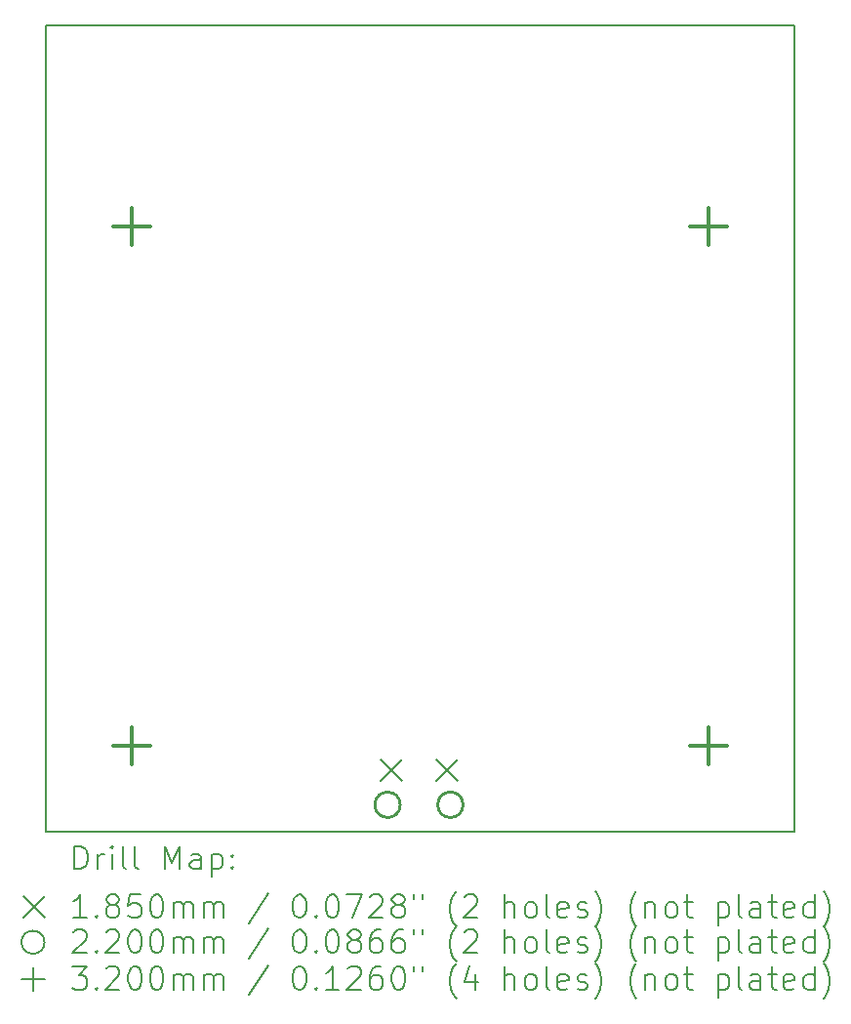
<source format=gbr>
%TF.GenerationSoftware,KiCad,Pcbnew,8.0.5*%
%TF.CreationDate,2024-10-05T13:15:59+02:00*%
%TF.ProjectId,auxboard,61757862-6f61-4726-942e-6b696361645f,rev?*%
%TF.SameCoordinates,Original*%
%TF.FileFunction,Drillmap*%
%TF.FilePolarity,Positive*%
%FSLAX45Y45*%
G04 Gerber Fmt 4.5, Leading zero omitted, Abs format (unit mm)*
G04 Created by KiCad (PCBNEW 8.0.5) date 2024-10-05 13:15:59*
%MOMM*%
%LPD*%
G01*
G04 APERTURE LIST*
%ADD10C,0.200000*%
%ADD11C,0.185000*%
%ADD12C,0.220000*%
%ADD13C,0.320000*%
G04 APERTURE END LIST*
D10*
X10000000Y-5000000D02*
X10000000Y-12000000D01*
X16500000Y-5000000D02*
X10000000Y-5000000D01*
X10000000Y-12000000D02*
X16500000Y-12000000D01*
X16500000Y-12000000D02*
X16500000Y-5000000D01*
D11*
X12904000Y-11367500D02*
X13089000Y-11552500D01*
X13089000Y-11367500D02*
X12904000Y-11552500D01*
X13389000Y-11367500D02*
X13574000Y-11552500D01*
X13574000Y-11367500D02*
X13389000Y-11552500D01*
D12*
X13076500Y-11763000D02*
G75*
G02*
X12856500Y-11763000I-110000J0D01*
G01*
X12856500Y-11763000D02*
G75*
G02*
X13076500Y-11763000I110000J0D01*
G01*
X13621500Y-11763000D02*
G75*
G02*
X13401500Y-11763000I-110000J0D01*
G01*
X13401500Y-11763000D02*
G75*
G02*
X13621500Y-11763000I110000J0D01*
G01*
D13*
X10750000Y-6590000D02*
X10750000Y-6910000D01*
X10590000Y-6750000D02*
X10910000Y-6750000D01*
X10750000Y-11090000D02*
X10750000Y-11410000D01*
X10590000Y-11250000D02*
X10910000Y-11250000D01*
X15750000Y-6590000D02*
X15750000Y-6910000D01*
X15590000Y-6750000D02*
X15910000Y-6750000D01*
X15750000Y-11090000D02*
X15750000Y-11410000D01*
X15590000Y-11250000D02*
X15910000Y-11250000D01*
D10*
X10250777Y-12321484D02*
X10250777Y-12121484D01*
X10250777Y-12121484D02*
X10298396Y-12121484D01*
X10298396Y-12121484D02*
X10326967Y-12131008D01*
X10326967Y-12131008D02*
X10346015Y-12150055D01*
X10346015Y-12150055D02*
X10355539Y-12169103D01*
X10355539Y-12169103D02*
X10365063Y-12207198D01*
X10365063Y-12207198D02*
X10365063Y-12235769D01*
X10365063Y-12235769D02*
X10355539Y-12273865D01*
X10355539Y-12273865D02*
X10346015Y-12292912D01*
X10346015Y-12292912D02*
X10326967Y-12311960D01*
X10326967Y-12311960D02*
X10298396Y-12321484D01*
X10298396Y-12321484D02*
X10250777Y-12321484D01*
X10450777Y-12321484D02*
X10450777Y-12188150D01*
X10450777Y-12226246D02*
X10460301Y-12207198D01*
X10460301Y-12207198D02*
X10469824Y-12197674D01*
X10469824Y-12197674D02*
X10488872Y-12188150D01*
X10488872Y-12188150D02*
X10507920Y-12188150D01*
X10574586Y-12321484D02*
X10574586Y-12188150D01*
X10574586Y-12121484D02*
X10565063Y-12131008D01*
X10565063Y-12131008D02*
X10574586Y-12140531D01*
X10574586Y-12140531D02*
X10584110Y-12131008D01*
X10584110Y-12131008D02*
X10574586Y-12121484D01*
X10574586Y-12121484D02*
X10574586Y-12140531D01*
X10698396Y-12321484D02*
X10679348Y-12311960D01*
X10679348Y-12311960D02*
X10669824Y-12292912D01*
X10669824Y-12292912D02*
X10669824Y-12121484D01*
X10803158Y-12321484D02*
X10784110Y-12311960D01*
X10784110Y-12311960D02*
X10774586Y-12292912D01*
X10774586Y-12292912D02*
X10774586Y-12121484D01*
X11031729Y-12321484D02*
X11031729Y-12121484D01*
X11031729Y-12121484D02*
X11098396Y-12264341D01*
X11098396Y-12264341D02*
X11165063Y-12121484D01*
X11165063Y-12121484D02*
X11165063Y-12321484D01*
X11346015Y-12321484D02*
X11346015Y-12216722D01*
X11346015Y-12216722D02*
X11336491Y-12197674D01*
X11336491Y-12197674D02*
X11317443Y-12188150D01*
X11317443Y-12188150D02*
X11279348Y-12188150D01*
X11279348Y-12188150D02*
X11260301Y-12197674D01*
X11346015Y-12311960D02*
X11326967Y-12321484D01*
X11326967Y-12321484D02*
X11279348Y-12321484D01*
X11279348Y-12321484D02*
X11260301Y-12311960D01*
X11260301Y-12311960D02*
X11250777Y-12292912D01*
X11250777Y-12292912D02*
X11250777Y-12273865D01*
X11250777Y-12273865D02*
X11260301Y-12254817D01*
X11260301Y-12254817D02*
X11279348Y-12245293D01*
X11279348Y-12245293D02*
X11326967Y-12245293D01*
X11326967Y-12245293D02*
X11346015Y-12235769D01*
X11441253Y-12188150D02*
X11441253Y-12388150D01*
X11441253Y-12197674D02*
X11460301Y-12188150D01*
X11460301Y-12188150D02*
X11498396Y-12188150D01*
X11498396Y-12188150D02*
X11517443Y-12197674D01*
X11517443Y-12197674D02*
X11526967Y-12207198D01*
X11526967Y-12207198D02*
X11536491Y-12226246D01*
X11536491Y-12226246D02*
X11536491Y-12283388D01*
X11536491Y-12283388D02*
X11526967Y-12302436D01*
X11526967Y-12302436D02*
X11517443Y-12311960D01*
X11517443Y-12311960D02*
X11498396Y-12321484D01*
X11498396Y-12321484D02*
X11460301Y-12321484D01*
X11460301Y-12321484D02*
X11441253Y-12311960D01*
X11622205Y-12302436D02*
X11631729Y-12311960D01*
X11631729Y-12311960D02*
X11622205Y-12321484D01*
X11622205Y-12321484D02*
X11612682Y-12311960D01*
X11612682Y-12311960D02*
X11622205Y-12302436D01*
X11622205Y-12302436D02*
X11622205Y-12321484D01*
X11622205Y-12197674D02*
X11631729Y-12207198D01*
X11631729Y-12207198D02*
X11622205Y-12216722D01*
X11622205Y-12216722D02*
X11612682Y-12207198D01*
X11612682Y-12207198D02*
X11622205Y-12197674D01*
X11622205Y-12197674D02*
X11622205Y-12216722D01*
D11*
X9805000Y-12557500D02*
X9990000Y-12742500D01*
X9990000Y-12557500D02*
X9805000Y-12742500D01*
D10*
X10355539Y-12741484D02*
X10241253Y-12741484D01*
X10298396Y-12741484D02*
X10298396Y-12541484D01*
X10298396Y-12541484D02*
X10279348Y-12570055D01*
X10279348Y-12570055D02*
X10260301Y-12589103D01*
X10260301Y-12589103D02*
X10241253Y-12598627D01*
X10441253Y-12722436D02*
X10450777Y-12731960D01*
X10450777Y-12731960D02*
X10441253Y-12741484D01*
X10441253Y-12741484D02*
X10431729Y-12731960D01*
X10431729Y-12731960D02*
X10441253Y-12722436D01*
X10441253Y-12722436D02*
X10441253Y-12741484D01*
X10565063Y-12627198D02*
X10546015Y-12617674D01*
X10546015Y-12617674D02*
X10536491Y-12608150D01*
X10536491Y-12608150D02*
X10526967Y-12589103D01*
X10526967Y-12589103D02*
X10526967Y-12579579D01*
X10526967Y-12579579D02*
X10536491Y-12560531D01*
X10536491Y-12560531D02*
X10546015Y-12551008D01*
X10546015Y-12551008D02*
X10565063Y-12541484D01*
X10565063Y-12541484D02*
X10603158Y-12541484D01*
X10603158Y-12541484D02*
X10622205Y-12551008D01*
X10622205Y-12551008D02*
X10631729Y-12560531D01*
X10631729Y-12560531D02*
X10641253Y-12579579D01*
X10641253Y-12579579D02*
X10641253Y-12589103D01*
X10641253Y-12589103D02*
X10631729Y-12608150D01*
X10631729Y-12608150D02*
X10622205Y-12617674D01*
X10622205Y-12617674D02*
X10603158Y-12627198D01*
X10603158Y-12627198D02*
X10565063Y-12627198D01*
X10565063Y-12627198D02*
X10546015Y-12636722D01*
X10546015Y-12636722D02*
X10536491Y-12646246D01*
X10536491Y-12646246D02*
X10526967Y-12665293D01*
X10526967Y-12665293D02*
X10526967Y-12703388D01*
X10526967Y-12703388D02*
X10536491Y-12722436D01*
X10536491Y-12722436D02*
X10546015Y-12731960D01*
X10546015Y-12731960D02*
X10565063Y-12741484D01*
X10565063Y-12741484D02*
X10603158Y-12741484D01*
X10603158Y-12741484D02*
X10622205Y-12731960D01*
X10622205Y-12731960D02*
X10631729Y-12722436D01*
X10631729Y-12722436D02*
X10641253Y-12703388D01*
X10641253Y-12703388D02*
X10641253Y-12665293D01*
X10641253Y-12665293D02*
X10631729Y-12646246D01*
X10631729Y-12646246D02*
X10622205Y-12636722D01*
X10622205Y-12636722D02*
X10603158Y-12627198D01*
X10822205Y-12541484D02*
X10726967Y-12541484D01*
X10726967Y-12541484D02*
X10717444Y-12636722D01*
X10717444Y-12636722D02*
X10726967Y-12627198D01*
X10726967Y-12627198D02*
X10746015Y-12617674D01*
X10746015Y-12617674D02*
X10793634Y-12617674D01*
X10793634Y-12617674D02*
X10812682Y-12627198D01*
X10812682Y-12627198D02*
X10822205Y-12636722D01*
X10822205Y-12636722D02*
X10831729Y-12655769D01*
X10831729Y-12655769D02*
X10831729Y-12703388D01*
X10831729Y-12703388D02*
X10822205Y-12722436D01*
X10822205Y-12722436D02*
X10812682Y-12731960D01*
X10812682Y-12731960D02*
X10793634Y-12741484D01*
X10793634Y-12741484D02*
X10746015Y-12741484D01*
X10746015Y-12741484D02*
X10726967Y-12731960D01*
X10726967Y-12731960D02*
X10717444Y-12722436D01*
X10955539Y-12541484D02*
X10974586Y-12541484D01*
X10974586Y-12541484D02*
X10993634Y-12551008D01*
X10993634Y-12551008D02*
X11003158Y-12560531D01*
X11003158Y-12560531D02*
X11012682Y-12579579D01*
X11012682Y-12579579D02*
X11022205Y-12617674D01*
X11022205Y-12617674D02*
X11022205Y-12665293D01*
X11022205Y-12665293D02*
X11012682Y-12703388D01*
X11012682Y-12703388D02*
X11003158Y-12722436D01*
X11003158Y-12722436D02*
X10993634Y-12731960D01*
X10993634Y-12731960D02*
X10974586Y-12741484D01*
X10974586Y-12741484D02*
X10955539Y-12741484D01*
X10955539Y-12741484D02*
X10936491Y-12731960D01*
X10936491Y-12731960D02*
X10926967Y-12722436D01*
X10926967Y-12722436D02*
X10917444Y-12703388D01*
X10917444Y-12703388D02*
X10907920Y-12665293D01*
X10907920Y-12665293D02*
X10907920Y-12617674D01*
X10907920Y-12617674D02*
X10917444Y-12579579D01*
X10917444Y-12579579D02*
X10926967Y-12560531D01*
X10926967Y-12560531D02*
X10936491Y-12551008D01*
X10936491Y-12551008D02*
X10955539Y-12541484D01*
X11107920Y-12741484D02*
X11107920Y-12608150D01*
X11107920Y-12627198D02*
X11117444Y-12617674D01*
X11117444Y-12617674D02*
X11136491Y-12608150D01*
X11136491Y-12608150D02*
X11165063Y-12608150D01*
X11165063Y-12608150D02*
X11184110Y-12617674D01*
X11184110Y-12617674D02*
X11193634Y-12636722D01*
X11193634Y-12636722D02*
X11193634Y-12741484D01*
X11193634Y-12636722D02*
X11203158Y-12617674D01*
X11203158Y-12617674D02*
X11222205Y-12608150D01*
X11222205Y-12608150D02*
X11250777Y-12608150D01*
X11250777Y-12608150D02*
X11269824Y-12617674D01*
X11269824Y-12617674D02*
X11279348Y-12636722D01*
X11279348Y-12636722D02*
X11279348Y-12741484D01*
X11374586Y-12741484D02*
X11374586Y-12608150D01*
X11374586Y-12627198D02*
X11384110Y-12617674D01*
X11384110Y-12617674D02*
X11403158Y-12608150D01*
X11403158Y-12608150D02*
X11431729Y-12608150D01*
X11431729Y-12608150D02*
X11450777Y-12617674D01*
X11450777Y-12617674D02*
X11460301Y-12636722D01*
X11460301Y-12636722D02*
X11460301Y-12741484D01*
X11460301Y-12636722D02*
X11469824Y-12617674D01*
X11469824Y-12617674D02*
X11488872Y-12608150D01*
X11488872Y-12608150D02*
X11517443Y-12608150D01*
X11517443Y-12608150D02*
X11536491Y-12617674D01*
X11536491Y-12617674D02*
X11546015Y-12636722D01*
X11546015Y-12636722D02*
X11546015Y-12741484D01*
X11936491Y-12531960D02*
X11765063Y-12789103D01*
X12193634Y-12541484D02*
X12212682Y-12541484D01*
X12212682Y-12541484D02*
X12231729Y-12551008D01*
X12231729Y-12551008D02*
X12241253Y-12560531D01*
X12241253Y-12560531D02*
X12250777Y-12579579D01*
X12250777Y-12579579D02*
X12260301Y-12617674D01*
X12260301Y-12617674D02*
X12260301Y-12665293D01*
X12260301Y-12665293D02*
X12250777Y-12703388D01*
X12250777Y-12703388D02*
X12241253Y-12722436D01*
X12241253Y-12722436D02*
X12231729Y-12731960D01*
X12231729Y-12731960D02*
X12212682Y-12741484D01*
X12212682Y-12741484D02*
X12193634Y-12741484D01*
X12193634Y-12741484D02*
X12174586Y-12731960D01*
X12174586Y-12731960D02*
X12165063Y-12722436D01*
X12165063Y-12722436D02*
X12155539Y-12703388D01*
X12155539Y-12703388D02*
X12146015Y-12665293D01*
X12146015Y-12665293D02*
X12146015Y-12617674D01*
X12146015Y-12617674D02*
X12155539Y-12579579D01*
X12155539Y-12579579D02*
X12165063Y-12560531D01*
X12165063Y-12560531D02*
X12174586Y-12551008D01*
X12174586Y-12551008D02*
X12193634Y-12541484D01*
X12346015Y-12722436D02*
X12355539Y-12731960D01*
X12355539Y-12731960D02*
X12346015Y-12741484D01*
X12346015Y-12741484D02*
X12336491Y-12731960D01*
X12336491Y-12731960D02*
X12346015Y-12722436D01*
X12346015Y-12722436D02*
X12346015Y-12741484D01*
X12479348Y-12541484D02*
X12498396Y-12541484D01*
X12498396Y-12541484D02*
X12517444Y-12551008D01*
X12517444Y-12551008D02*
X12526967Y-12560531D01*
X12526967Y-12560531D02*
X12536491Y-12579579D01*
X12536491Y-12579579D02*
X12546015Y-12617674D01*
X12546015Y-12617674D02*
X12546015Y-12665293D01*
X12546015Y-12665293D02*
X12536491Y-12703388D01*
X12536491Y-12703388D02*
X12526967Y-12722436D01*
X12526967Y-12722436D02*
X12517444Y-12731960D01*
X12517444Y-12731960D02*
X12498396Y-12741484D01*
X12498396Y-12741484D02*
X12479348Y-12741484D01*
X12479348Y-12741484D02*
X12460301Y-12731960D01*
X12460301Y-12731960D02*
X12450777Y-12722436D01*
X12450777Y-12722436D02*
X12441253Y-12703388D01*
X12441253Y-12703388D02*
X12431729Y-12665293D01*
X12431729Y-12665293D02*
X12431729Y-12617674D01*
X12431729Y-12617674D02*
X12441253Y-12579579D01*
X12441253Y-12579579D02*
X12450777Y-12560531D01*
X12450777Y-12560531D02*
X12460301Y-12551008D01*
X12460301Y-12551008D02*
X12479348Y-12541484D01*
X12612682Y-12541484D02*
X12746015Y-12541484D01*
X12746015Y-12541484D02*
X12660301Y-12741484D01*
X12812682Y-12560531D02*
X12822206Y-12551008D01*
X12822206Y-12551008D02*
X12841253Y-12541484D01*
X12841253Y-12541484D02*
X12888872Y-12541484D01*
X12888872Y-12541484D02*
X12907920Y-12551008D01*
X12907920Y-12551008D02*
X12917444Y-12560531D01*
X12917444Y-12560531D02*
X12926967Y-12579579D01*
X12926967Y-12579579D02*
X12926967Y-12598627D01*
X12926967Y-12598627D02*
X12917444Y-12627198D01*
X12917444Y-12627198D02*
X12803158Y-12741484D01*
X12803158Y-12741484D02*
X12926967Y-12741484D01*
X13041253Y-12627198D02*
X13022206Y-12617674D01*
X13022206Y-12617674D02*
X13012682Y-12608150D01*
X13012682Y-12608150D02*
X13003158Y-12589103D01*
X13003158Y-12589103D02*
X13003158Y-12579579D01*
X13003158Y-12579579D02*
X13012682Y-12560531D01*
X13012682Y-12560531D02*
X13022206Y-12551008D01*
X13022206Y-12551008D02*
X13041253Y-12541484D01*
X13041253Y-12541484D02*
X13079348Y-12541484D01*
X13079348Y-12541484D02*
X13098396Y-12551008D01*
X13098396Y-12551008D02*
X13107920Y-12560531D01*
X13107920Y-12560531D02*
X13117444Y-12579579D01*
X13117444Y-12579579D02*
X13117444Y-12589103D01*
X13117444Y-12589103D02*
X13107920Y-12608150D01*
X13107920Y-12608150D02*
X13098396Y-12617674D01*
X13098396Y-12617674D02*
X13079348Y-12627198D01*
X13079348Y-12627198D02*
X13041253Y-12627198D01*
X13041253Y-12627198D02*
X13022206Y-12636722D01*
X13022206Y-12636722D02*
X13012682Y-12646246D01*
X13012682Y-12646246D02*
X13003158Y-12665293D01*
X13003158Y-12665293D02*
X13003158Y-12703388D01*
X13003158Y-12703388D02*
X13012682Y-12722436D01*
X13012682Y-12722436D02*
X13022206Y-12731960D01*
X13022206Y-12731960D02*
X13041253Y-12741484D01*
X13041253Y-12741484D02*
X13079348Y-12741484D01*
X13079348Y-12741484D02*
X13098396Y-12731960D01*
X13098396Y-12731960D02*
X13107920Y-12722436D01*
X13107920Y-12722436D02*
X13117444Y-12703388D01*
X13117444Y-12703388D02*
X13117444Y-12665293D01*
X13117444Y-12665293D02*
X13107920Y-12646246D01*
X13107920Y-12646246D02*
X13098396Y-12636722D01*
X13098396Y-12636722D02*
X13079348Y-12627198D01*
X13193634Y-12541484D02*
X13193634Y-12579579D01*
X13269825Y-12541484D02*
X13269825Y-12579579D01*
X13565063Y-12817674D02*
X13555539Y-12808150D01*
X13555539Y-12808150D02*
X13536491Y-12779579D01*
X13536491Y-12779579D02*
X13526968Y-12760531D01*
X13526968Y-12760531D02*
X13517444Y-12731960D01*
X13517444Y-12731960D02*
X13507920Y-12684341D01*
X13507920Y-12684341D02*
X13507920Y-12646246D01*
X13507920Y-12646246D02*
X13517444Y-12598627D01*
X13517444Y-12598627D02*
X13526968Y-12570055D01*
X13526968Y-12570055D02*
X13536491Y-12551008D01*
X13536491Y-12551008D02*
X13555539Y-12522436D01*
X13555539Y-12522436D02*
X13565063Y-12512912D01*
X13631729Y-12560531D02*
X13641253Y-12551008D01*
X13641253Y-12551008D02*
X13660301Y-12541484D01*
X13660301Y-12541484D02*
X13707920Y-12541484D01*
X13707920Y-12541484D02*
X13726968Y-12551008D01*
X13726968Y-12551008D02*
X13736491Y-12560531D01*
X13736491Y-12560531D02*
X13746015Y-12579579D01*
X13746015Y-12579579D02*
X13746015Y-12598627D01*
X13746015Y-12598627D02*
X13736491Y-12627198D01*
X13736491Y-12627198D02*
X13622206Y-12741484D01*
X13622206Y-12741484D02*
X13746015Y-12741484D01*
X13984110Y-12741484D02*
X13984110Y-12541484D01*
X14069825Y-12741484D02*
X14069825Y-12636722D01*
X14069825Y-12636722D02*
X14060301Y-12617674D01*
X14060301Y-12617674D02*
X14041253Y-12608150D01*
X14041253Y-12608150D02*
X14012682Y-12608150D01*
X14012682Y-12608150D02*
X13993634Y-12617674D01*
X13993634Y-12617674D02*
X13984110Y-12627198D01*
X14193634Y-12741484D02*
X14174587Y-12731960D01*
X14174587Y-12731960D02*
X14165063Y-12722436D01*
X14165063Y-12722436D02*
X14155539Y-12703388D01*
X14155539Y-12703388D02*
X14155539Y-12646246D01*
X14155539Y-12646246D02*
X14165063Y-12627198D01*
X14165063Y-12627198D02*
X14174587Y-12617674D01*
X14174587Y-12617674D02*
X14193634Y-12608150D01*
X14193634Y-12608150D02*
X14222206Y-12608150D01*
X14222206Y-12608150D02*
X14241253Y-12617674D01*
X14241253Y-12617674D02*
X14250777Y-12627198D01*
X14250777Y-12627198D02*
X14260301Y-12646246D01*
X14260301Y-12646246D02*
X14260301Y-12703388D01*
X14260301Y-12703388D02*
X14250777Y-12722436D01*
X14250777Y-12722436D02*
X14241253Y-12731960D01*
X14241253Y-12731960D02*
X14222206Y-12741484D01*
X14222206Y-12741484D02*
X14193634Y-12741484D01*
X14374587Y-12741484D02*
X14355539Y-12731960D01*
X14355539Y-12731960D02*
X14346015Y-12712912D01*
X14346015Y-12712912D02*
X14346015Y-12541484D01*
X14526968Y-12731960D02*
X14507920Y-12741484D01*
X14507920Y-12741484D02*
X14469825Y-12741484D01*
X14469825Y-12741484D02*
X14450777Y-12731960D01*
X14450777Y-12731960D02*
X14441253Y-12712912D01*
X14441253Y-12712912D02*
X14441253Y-12636722D01*
X14441253Y-12636722D02*
X14450777Y-12617674D01*
X14450777Y-12617674D02*
X14469825Y-12608150D01*
X14469825Y-12608150D02*
X14507920Y-12608150D01*
X14507920Y-12608150D02*
X14526968Y-12617674D01*
X14526968Y-12617674D02*
X14536491Y-12636722D01*
X14536491Y-12636722D02*
X14536491Y-12655769D01*
X14536491Y-12655769D02*
X14441253Y-12674817D01*
X14612682Y-12731960D02*
X14631730Y-12741484D01*
X14631730Y-12741484D02*
X14669825Y-12741484D01*
X14669825Y-12741484D02*
X14688872Y-12731960D01*
X14688872Y-12731960D02*
X14698396Y-12712912D01*
X14698396Y-12712912D02*
X14698396Y-12703388D01*
X14698396Y-12703388D02*
X14688872Y-12684341D01*
X14688872Y-12684341D02*
X14669825Y-12674817D01*
X14669825Y-12674817D02*
X14641253Y-12674817D01*
X14641253Y-12674817D02*
X14622206Y-12665293D01*
X14622206Y-12665293D02*
X14612682Y-12646246D01*
X14612682Y-12646246D02*
X14612682Y-12636722D01*
X14612682Y-12636722D02*
X14622206Y-12617674D01*
X14622206Y-12617674D02*
X14641253Y-12608150D01*
X14641253Y-12608150D02*
X14669825Y-12608150D01*
X14669825Y-12608150D02*
X14688872Y-12617674D01*
X14765063Y-12817674D02*
X14774587Y-12808150D01*
X14774587Y-12808150D02*
X14793634Y-12779579D01*
X14793634Y-12779579D02*
X14803158Y-12760531D01*
X14803158Y-12760531D02*
X14812682Y-12731960D01*
X14812682Y-12731960D02*
X14822206Y-12684341D01*
X14822206Y-12684341D02*
X14822206Y-12646246D01*
X14822206Y-12646246D02*
X14812682Y-12598627D01*
X14812682Y-12598627D02*
X14803158Y-12570055D01*
X14803158Y-12570055D02*
X14793634Y-12551008D01*
X14793634Y-12551008D02*
X14774587Y-12522436D01*
X14774587Y-12522436D02*
X14765063Y-12512912D01*
X15126968Y-12817674D02*
X15117444Y-12808150D01*
X15117444Y-12808150D02*
X15098396Y-12779579D01*
X15098396Y-12779579D02*
X15088872Y-12760531D01*
X15088872Y-12760531D02*
X15079349Y-12731960D01*
X15079349Y-12731960D02*
X15069825Y-12684341D01*
X15069825Y-12684341D02*
X15069825Y-12646246D01*
X15069825Y-12646246D02*
X15079349Y-12598627D01*
X15079349Y-12598627D02*
X15088872Y-12570055D01*
X15088872Y-12570055D02*
X15098396Y-12551008D01*
X15098396Y-12551008D02*
X15117444Y-12522436D01*
X15117444Y-12522436D02*
X15126968Y-12512912D01*
X15203158Y-12608150D02*
X15203158Y-12741484D01*
X15203158Y-12627198D02*
X15212682Y-12617674D01*
X15212682Y-12617674D02*
X15231730Y-12608150D01*
X15231730Y-12608150D02*
X15260301Y-12608150D01*
X15260301Y-12608150D02*
X15279349Y-12617674D01*
X15279349Y-12617674D02*
X15288872Y-12636722D01*
X15288872Y-12636722D02*
X15288872Y-12741484D01*
X15412682Y-12741484D02*
X15393634Y-12731960D01*
X15393634Y-12731960D02*
X15384111Y-12722436D01*
X15384111Y-12722436D02*
X15374587Y-12703388D01*
X15374587Y-12703388D02*
X15374587Y-12646246D01*
X15374587Y-12646246D02*
X15384111Y-12627198D01*
X15384111Y-12627198D02*
X15393634Y-12617674D01*
X15393634Y-12617674D02*
X15412682Y-12608150D01*
X15412682Y-12608150D02*
X15441253Y-12608150D01*
X15441253Y-12608150D02*
X15460301Y-12617674D01*
X15460301Y-12617674D02*
X15469825Y-12627198D01*
X15469825Y-12627198D02*
X15479349Y-12646246D01*
X15479349Y-12646246D02*
X15479349Y-12703388D01*
X15479349Y-12703388D02*
X15469825Y-12722436D01*
X15469825Y-12722436D02*
X15460301Y-12731960D01*
X15460301Y-12731960D02*
X15441253Y-12741484D01*
X15441253Y-12741484D02*
X15412682Y-12741484D01*
X15536492Y-12608150D02*
X15612682Y-12608150D01*
X15565063Y-12541484D02*
X15565063Y-12712912D01*
X15565063Y-12712912D02*
X15574587Y-12731960D01*
X15574587Y-12731960D02*
X15593634Y-12741484D01*
X15593634Y-12741484D02*
X15612682Y-12741484D01*
X15831730Y-12608150D02*
X15831730Y-12808150D01*
X15831730Y-12617674D02*
X15850777Y-12608150D01*
X15850777Y-12608150D02*
X15888873Y-12608150D01*
X15888873Y-12608150D02*
X15907920Y-12617674D01*
X15907920Y-12617674D02*
X15917444Y-12627198D01*
X15917444Y-12627198D02*
X15926968Y-12646246D01*
X15926968Y-12646246D02*
X15926968Y-12703388D01*
X15926968Y-12703388D02*
X15917444Y-12722436D01*
X15917444Y-12722436D02*
X15907920Y-12731960D01*
X15907920Y-12731960D02*
X15888873Y-12741484D01*
X15888873Y-12741484D02*
X15850777Y-12741484D01*
X15850777Y-12741484D02*
X15831730Y-12731960D01*
X16041253Y-12741484D02*
X16022206Y-12731960D01*
X16022206Y-12731960D02*
X16012682Y-12712912D01*
X16012682Y-12712912D02*
X16012682Y-12541484D01*
X16203158Y-12741484D02*
X16203158Y-12636722D01*
X16203158Y-12636722D02*
X16193634Y-12617674D01*
X16193634Y-12617674D02*
X16174587Y-12608150D01*
X16174587Y-12608150D02*
X16136492Y-12608150D01*
X16136492Y-12608150D02*
X16117444Y-12617674D01*
X16203158Y-12731960D02*
X16184111Y-12741484D01*
X16184111Y-12741484D02*
X16136492Y-12741484D01*
X16136492Y-12741484D02*
X16117444Y-12731960D01*
X16117444Y-12731960D02*
X16107920Y-12712912D01*
X16107920Y-12712912D02*
X16107920Y-12693865D01*
X16107920Y-12693865D02*
X16117444Y-12674817D01*
X16117444Y-12674817D02*
X16136492Y-12665293D01*
X16136492Y-12665293D02*
X16184111Y-12665293D01*
X16184111Y-12665293D02*
X16203158Y-12655769D01*
X16269825Y-12608150D02*
X16346015Y-12608150D01*
X16298396Y-12541484D02*
X16298396Y-12712912D01*
X16298396Y-12712912D02*
X16307920Y-12731960D01*
X16307920Y-12731960D02*
X16326968Y-12741484D01*
X16326968Y-12741484D02*
X16346015Y-12741484D01*
X16488873Y-12731960D02*
X16469825Y-12741484D01*
X16469825Y-12741484D02*
X16431730Y-12741484D01*
X16431730Y-12741484D02*
X16412682Y-12731960D01*
X16412682Y-12731960D02*
X16403158Y-12712912D01*
X16403158Y-12712912D02*
X16403158Y-12636722D01*
X16403158Y-12636722D02*
X16412682Y-12617674D01*
X16412682Y-12617674D02*
X16431730Y-12608150D01*
X16431730Y-12608150D02*
X16469825Y-12608150D01*
X16469825Y-12608150D02*
X16488873Y-12617674D01*
X16488873Y-12617674D02*
X16498396Y-12636722D01*
X16498396Y-12636722D02*
X16498396Y-12655769D01*
X16498396Y-12655769D02*
X16403158Y-12674817D01*
X16669825Y-12741484D02*
X16669825Y-12541484D01*
X16669825Y-12731960D02*
X16650777Y-12741484D01*
X16650777Y-12741484D02*
X16612682Y-12741484D01*
X16612682Y-12741484D02*
X16593634Y-12731960D01*
X16593634Y-12731960D02*
X16584111Y-12722436D01*
X16584111Y-12722436D02*
X16574587Y-12703388D01*
X16574587Y-12703388D02*
X16574587Y-12646246D01*
X16574587Y-12646246D02*
X16584111Y-12627198D01*
X16584111Y-12627198D02*
X16593634Y-12617674D01*
X16593634Y-12617674D02*
X16612682Y-12608150D01*
X16612682Y-12608150D02*
X16650777Y-12608150D01*
X16650777Y-12608150D02*
X16669825Y-12617674D01*
X16746015Y-12817674D02*
X16755539Y-12808150D01*
X16755539Y-12808150D02*
X16774587Y-12779579D01*
X16774587Y-12779579D02*
X16784111Y-12760531D01*
X16784111Y-12760531D02*
X16793635Y-12731960D01*
X16793635Y-12731960D02*
X16803158Y-12684341D01*
X16803158Y-12684341D02*
X16803158Y-12646246D01*
X16803158Y-12646246D02*
X16793635Y-12598627D01*
X16793635Y-12598627D02*
X16784111Y-12570055D01*
X16784111Y-12570055D02*
X16774587Y-12551008D01*
X16774587Y-12551008D02*
X16755539Y-12522436D01*
X16755539Y-12522436D02*
X16746015Y-12512912D01*
X9990000Y-12955000D02*
G75*
G02*
X9790000Y-12955000I-100000J0D01*
G01*
X9790000Y-12955000D02*
G75*
G02*
X9990000Y-12955000I100000J0D01*
G01*
X10241253Y-12865531D02*
X10250777Y-12856008D01*
X10250777Y-12856008D02*
X10269824Y-12846484D01*
X10269824Y-12846484D02*
X10317444Y-12846484D01*
X10317444Y-12846484D02*
X10336491Y-12856008D01*
X10336491Y-12856008D02*
X10346015Y-12865531D01*
X10346015Y-12865531D02*
X10355539Y-12884579D01*
X10355539Y-12884579D02*
X10355539Y-12903627D01*
X10355539Y-12903627D02*
X10346015Y-12932198D01*
X10346015Y-12932198D02*
X10231729Y-13046484D01*
X10231729Y-13046484D02*
X10355539Y-13046484D01*
X10441253Y-13027436D02*
X10450777Y-13036960D01*
X10450777Y-13036960D02*
X10441253Y-13046484D01*
X10441253Y-13046484D02*
X10431729Y-13036960D01*
X10431729Y-13036960D02*
X10441253Y-13027436D01*
X10441253Y-13027436D02*
X10441253Y-13046484D01*
X10526967Y-12865531D02*
X10536491Y-12856008D01*
X10536491Y-12856008D02*
X10555539Y-12846484D01*
X10555539Y-12846484D02*
X10603158Y-12846484D01*
X10603158Y-12846484D02*
X10622205Y-12856008D01*
X10622205Y-12856008D02*
X10631729Y-12865531D01*
X10631729Y-12865531D02*
X10641253Y-12884579D01*
X10641253Y-12884579D02*
X10641253Y-12903627D01*
X10641253Y-12903627D02*
X10631729Y-12932198D01*
X10631729Y-12932198D02*
X10517444Y-13046484D01*
X10517444Y-13046484D02*
X10641253Y-13046484D01*
X10765063Y-12846484D02*
X10784110Y-12846484D01*
X10784110Y-12846484D02*
X10803158Y-12856008D01*
X10803158Y-12856008D02*
X10812682Y-12865531D01*
X10812682Y-12865531D02*
X10822205Y-12884579D01*
X10822205Y-12884579D02*
X10831729Y-12922674D01*
X10831729Y-12922674D02*
X10831729Y-12970293D01*
X10831729Y-12970293D02*
X10822205Y-13008388D01*
X10822205Y-13008388D02*
X10812682Y-13027436D01*
X10812682Y-13027436D02*
X10803158Y-13036960D01*
X10803158Y-13036960D02*
X10784110Y-13046484D01*
X10784110Y-13046484D02*
X10765063Y-13046484D01*
X10765063Y-13046484D02*
X10746015Y-13036960D01*
X10746015Y-13036960D02*
X10736491Y-13027436D01*
X10736491Y-13027436D02*
X10726967Y-13008388D01*
X10726967Y-13008388D02*
X10717444Y-12970293D01*
X10717444Y-12970293D02*
X10717444Y-12922674D01*
X10717444Y-12922674D02*
X10726967Y-12884579D01*
X10726967Y-12884579D02*
X10736491Y-12865531D01*
X10736491Y-12865531D02*
X10746015Y-12856008D01*
X10746015Y-12856008D02*
X10765063Y-12846484D01*
X10955539Y-12846484D02*
X10974586Y-12846484D01*
X10974586Y-12846484D02*
X10993634Y-12856008D01*
X10993634Y-12856008D02*
X11003158Y-12865531D01*
X11003158Y-12865531D02*
X11012682Y-12884579D01*
X11012682Y-12884579D02*
X11022205Y-12922674D01*
X11022205Y-12922674D02*
X11022205Y-12970293D01*
X11022205Y-12970293D02*
X11012682Y-13008388D01*
X11012682Y-13008388D02*
X11003158Y-13027436D01*
X11003158Y-13027436D02*
X10993634Y-13036960D01*
X10993634Y-13036960D02*
X10974586Y-13046484D01*
X10974586Y-13046484D02*
X10955539Y-13046484D01*
X10955539Y-13046484D02*
X10936491Y-13036960D01*
X10936491Y-13036960D02*
X10926967Y-13027436D01*
X10926967Y-13027436D02*
X10917444Y-13008388D01*
X10917444Y-13008388D02*
X10907920Y-12970293D01*
X10907920Y-12970293D02*
X10907920Y-12922674D01*
X10907920Y-12922674D02*
X10917444Y-12884579D01*
X10917444Y-12884579D02*
X10926967Y-12865531D01*
X10926967Y-12865531D02*
X10936491Y-12856008D01*
X10936491Y-12856008D02*
X10955539Y-12846484D01*
X11107920Y-13046484D02*
X11107920Y-12913150D01*
X11107920Y-12932198D02*
X11117444Y-12922674D01*
X11117444Y-12922674D02*
X11136491Y-12913150D01*
X11136491Y-12913150D02*
X11165063Y-12913150D01*
X11165063Y-12913150D02*
X11184110Y-12922674D01*
X11184110Y-12922674D02*
X11193634Y-12941722D01*
X11193634Y-12941722D02*
X11193634Y-13046484D01*
X11193634Y-12941722D02*
X11203158Y-12922674D01*
X11203158Y-12922674D02*
X11222205Y-12913150D01*
X11222205Y-12913150D02*
X11250777Y-12913150D01*
X11250777Y-12913150D02*
X11269824Y-12922674D01*
X11269824Y-12922674D02*
X11279348Y-12941722D01*
X11279348Y-12941722D02*
X11279348Y-13046484D01*
X11374586Y-13046484D02*
X11374586Y-12913150D01*
X11374586Y-12932198D02*
X11384110Y-12922674D01*
X11384110Y-12922674D02*
X11403158Y-12913150D01*
X11403158Y-12913150D02*
X11431729Y-12913150D01*
X11431729Y-12913150D02*
X11450777Y-12922674D01*
X11450777Y-12922674D02*
X11460301Y-12941722D01*
X11460301Y-12941722D02*
X11460301Y-13046484D01*
X11460301Y-12941722D02*
X11469824Y-12922674D01*
X11469824Y-12922674D02*
X11488872Y-12913150D01*
X11488872Y-12913150D02*
X11517443Y-12913150D01*
X11517443Y-12913150D02*
X11536491Y-12922674D01*
X11536491Y-12922674D02*
X11546015Y-12941722D01*
X11546015Y-12941722D02*
X11546015Y-13046484D01*
X11936491Y-12836960D02*
X11765063Y-13094103D01*
X12193634Y-12846484D02*
X12212682Y-12846484D01*
X12212682Y-12846484D02*
X12231729Y-12856008D01*
X12231729Y-12856008D02*
X12241253Y-12865531D01*
X12241253Y-12865531D02*
X12250777Y-12884579D01*
X12250777Y-12884579D02*
X12260301Y-12922674D01*
X12260301Y-12922674D02*
X12260301Y-12970293D01*
X12260301Y-12970293D02*
X12250777Y-13008388D01*
X12250777Y-13008388D02*
X12241253Y-13027436D01*
X12241253Y-13027436D02*
X12231729Y-13036960D01*
X12231729Y-13036960D02*
X12212682Y-13046484D01*
X12212682Y-13046484D02*
X12193634Y-13046484D01*
X12193634Y-13046484D02*
X12174586Y-13036960D01*
X12174586Y-13036960D02*
X12165063Y-13027436D01*
X12165063Y-13027436D02*
X12155539Y-13008388D01*
X12155539Y-13008388D02*
X12146015Y-12970293D01*
X12146015Y-12970293D02*
X12146015Y-12922674D01*
X12146015Y-12922674D02*
X12155539Y-12884579D01*
X12155539Y-12884579D02*
X12165063Y-12865531D01*
X12165063Y-12865531D02*
X12174586Y-12856008D01*
X12174586Y-12856008D02*
X12193634Y-12846484D01*
X12346015Y-13027436D02*
X12355539Y-13036960D01*
X12355539Y-13036960D02*
X12346015Y-13046484D01*
X12346015Y-13046484D02*
X12336491Y-13036960D01*
X12336491Y-13036960D02*
X12346015Y-13027436D01*
X12346015Y-13027436D02*
X12346015Y-13046484D01*
X12479348Y-12846484D02*
X12498396Y-12846484D01*
X12498396Y-12846484D02*
X12517444Y-12856008D01*
X12517444Y-12856008D02*
X12526967Y-12865531D01*
X12526967Y-12865531D02*
X12536491Y-12884579D01*
X12536491Y-12884579D02*
X12546015Y-12922674D01*
X12546015Y-12922674D02*
X12546015Y-12970293D01*
X12546015Y-12970293D02*
X12536491Y-13008388D01*
X12536491Y-13008388D02*
X12526967Y-13027436D01*
X12526967Y-13027436D02*
X12517444Y-13036960D01*
X12517444Y-13036960D02*
X12498396Y-13046484D01*
X12498396Y-13046484D02*
X12479348Y-13046484D01*
X12479348Y-13046484D02*
X12460301Y-13036960D01*
X12460301Y-13036960D02*
X12450777Y-13027436D01*
X12450777Y-13027436D02*
X12441253Y-13008388D01*
X12441253Y-13008388D02*
X12431729Y-12970293D01*
X12431729Y-12970293D02*
X12431729Y-12922674D01*
X12431729Y-12922674D02*
X12441253Y-12884579D01*
X12441253Y-12884579D02*
X12450777Y-12865531D01*
X12450777Y-12865531D02*
X12460301Y-12856008D01*
X12460301Y-12856008D02*
X12479348Y-12846484D01*
X12660301Y-12932198D02*
X12641253Y-12922674D01*
X12641253Y-12922674D02*
X12631729Y-12913150D01*
X12631729Y-12913150D02*
X12622206Y-12894103D01*
X12622206Y-12894103D02*
X12622206Y-12884579D01*
X12622206Y-12884579D02*
X12631729Y-12865531D01*
X12631729Y-12865531D02*
X12641253Y-12856008D01*
X12641253Y-12856008D02*
X12660301Y-12846484D01*
X12660301Y-12846484D02*
X12698396Y-12846484D01*
X12698396Y-12846484D02*
X12717444Y-12856008D01*
X12717444Y-12856008D02*
X12726967Y-12865531D01*
X12726967Y-12865531D02*
X12736491Y-12884579D01*
X12736491Y-12884579D02*
X12736491Y-12894103D01*
X12736491Y-12894103D02*
X12726967Y-12913150D01*
X12726967Y-12913150D02*
X12717444Y-12922674D01*
X12717444Y-12922674D02*
X12698396Y-12932198D01*
X12698396Y-12932198D02*
X12660301Y-12932198D01*
X12660301Y-12932198D02*
X12641253Y-12941722D01*
X12641253Y-12941722D02*
X12631729Y-12951246D01*
X12631729Y-12951246D02*
X12622206Y-12970293D01*
X12622206Y-12970293D02*
X12622206Y-13008388D01*
X12622206Y-13008388D02*
X12631729Y-13027436D01*
X12631729Y-13027436D02*
X12641253Y-13036960D01*
X12641253Y-13036960D02*
X12660301Y-13046484D01*
X12660301Y-13046484D02*
X12698396Y-13046484D01*
X12698396Y-13046484D02*
X12717444Y-13036960D01*
X12717444Y-13036960D02*
X12726967Y-13027436D01*
X12726967Y-13027436D02*
X12736491Y-13008388D01*
X12736491Y-13008388D02*
X12736491Y-12970293D01*
X12736491Y-12970293D02*
X12726967Y-12951246D01*
X12726967Y-12951246D02*
X12717444Y-12941722D01*
X12717444Y-12941722D02*
X12698396Y-12932198D01*
X12907920Y-12846484D02*
X12869825Y-12846484D01*
X12869825Y-12846484D02*
X12850777Y-12856008D01*
X12850777Y-12856008D02*
X12841253Y-12865531D01*
X12841253Y-12865531D02*
X12822206Y-12894103D01*
X12822206Y-12894103D02*
X12812682Y-12932198D01*
X12812682Y-12932198D02*
X12812682Y-13008388D01*
X12812682Y-13008388D02*
X12822206Y-13027436D01*
X12822206Y-13027436D02*
X12831729Y-13036960D01*
X12831729Y-13036960D02*
X12850777Y-13046484D01*
X12850777Y-13046484D02*
X12888872Y-13046484D01*
X12888872Y-13046484D02*
X12907920Y-13036960D01*
X12907920Y-13036960D02*
X12917444Y-13027436D01*
X12917444Y-13027436D02*
X12926967Y-13008388D01*
X12926967Y-13008388D02*
X12926967Y-12960769D01*
X12926967Y-12960769D02*
X12917444Y-12941722D01*
X12917444Y-12941722D02*
X12907920Y-12932198D01*
X12907920Y-12932198D02*
X12888872Y-12922674D01*
X12888872Y-12922674D02*
X12850777Y-12922674D01*
X12850777Y-12922674D02*
X12831729Y-12932198D01*
X12831729Y-12932198D02*
X12822206Y-12941722D01*
X12822206Y-12941722D02*
X12812682Y-12960769D01*
X13098396Y-12846484D02*
X13060301Y-12846484D01*
X13060301Y-12846484D02*
X13041253Y-12856008D01*
X13041253Y-12856008D02*
X13031729Y-12865531D01*
X13031729Y-12865531D02*
X13012682Y-12894103D01*
X13012682Y-12894103D02*
X13003158Y-12932198D01*
X13003158Y-12932198D02*
X13003158Y-13008388D01*
X13003158Y-13008388D02*
X13012682Y-13027436D01*
X13012682Y-13027436D02*
X13022206Y-13036960D01*
X13022206Y-13036960D02*
X13041253Y-13046484D01*
X13041253Y-13046484D02*
X13079348Y-13046484D01*
X13079348Y-13046484D02*
X13098396Y-13036960D01*
X13098396Y-13036960D02*
X13107920Y-13027436D01*
X13107920Y-13027436D02*
X13117444Y-13008388D01*
X13117444Y-13008388D02*
X13117444Y-12960769D01*
X13117444Y-12960769D02*
X13107920Y-12941722D01*
X13107920Y-12941722D02*
X13098396Y-12932198D01*
X13098396Y-12932198D02*
X13079348Y-12922674D01*
X13079348Y-12922674D02*
X13041253Y-12922674D01*
X13041253Y-12922674D02*
X13022206Y-12932198D01*
X13022206Y-12932198D02*
X13012682Y-12941722D01*
X13012682Y-12941722D02*
X13003158Y-12960769D01*
X13193634Y-12846484D02*
X13193634Y-12884579D01*
X13269825Y-12846484D02*
X13269825Y-12884579D01*
X13565063Y-13122674D02*
X13555539Y-13113150D01*
X13555539Y-13113150D02*
X13536491Y-13084579D01*
X13536491Y-13084579D02*
X13526968Y-13065531D01*
X13526968Y-13065531D02*
X13517444Y-13036960D01*
X13517444Y-13036960D02*
X13507920Y-12989341D01*
X13507920Y-12989341D02*
X13507920Y-12951246D01*
X13507920Y-12951246D02*
X13517444Y-12903627D01*
X13517444Y-12903627D02*
X13526968Y-12875055D01*
X13526968Y-12875055D02*
X13536491Y-12856008D01*
X13536491Y-12856008D02*
X13555539Y-12827436D01*
X13555539Y-12827436D02*
X13565063Y-12817912D01*
X13631729Y-12865531D02*
X13641253Y-12856008D01*
X13641253Y-12856008D02*
X13660301Y-12846484D01*
X13660301Y-12846484D02*
X13707920Y-12846484D01*
X13707920Y-12846484D02*
X13726968Y-12856008D01*
X13726968Y-12856008D02*
X13736491Y-12865531D01*
X13736491Y-12865531D02*
X13746015Y-12884579D01*
X13746015Y-12884579D02*
X13746015Y-12903627D01*
X13746015Y-12903627D02*
X13736491Y-12932198D01*
X13736491Y-12932198D02*
X13622206Y-13046484D01*
X13622206Y-13046484D02*
X13746015Y-13046484D01*
X13984110Y-13046484D02*
X13984110Y-12846484D01*
X14069825Y-13046484D02*
X14069825Y-12941722D01*
X14069825Y-12941722D02*
X14060301Y-12922674D01*
X14060301Y-12922674D02*
X14041253Y-12913150D01*
X14041253Y-12913150D02*
X14012682Y-12913150D01*
X14012682Y-12913150D02*
X13993634Y-12922674D01*
X13993634Y-12922674D02*
X13984110Y-12932198D01*
X14193634Y-13046484D02*
X14174587Y-13036960D01*
X14174587Y-13036960D02*
X14165063Y-13027436D01*
X14165063Y-13027436D02*
X14155539Y-13008388D01*
X14155539Y-13008388D02*
X14155539Y-12951246D01*
X14155539Y-12951246D02*
X14165063Y-12932198D01*
X14165063Y-12932198D02*
X14174587Y-12922674D01*
X14174587Y-12922674D02*
X14193634Y-12913150D01*
X14193634Y-12913150D02*
X14222206Y-12913150D01*
X14222206Y-12913150D02*
X14241253Y-12922674D01*
X14241253Y-12922674D02*
X14250777Y-12932198D01*
X14250777Y-12932198D02*
X14260301Y-12951246D01*
X14260301Y-12951246D02*
X14260301Y-13008388D01*
X14260301Y-13008388D02*
X14250777Y-13027436D01*
X14250777Y-13027436D02*
X14241253Y-13036960D01*
X14241253Y-13036960D02*
X14222206Y-13046484D01*
X14222206Y-13046484D02*
X14193634Y-13046484D01*
X14374587Y-13046484D02*
X14355539Y-13036960D01*
X14355539Y-13036960D02*
X14346015Y-13017912D01*
X14346015Y-13017912D02*
X14346015Y-12846484D01*
X14526968Y-13036960D02*
X14507920Y-13046484D01*
X14507920Y-13046484D02*
X14469825Y-13046484D01*
X14469825Y-13046484D02*
X14450777Y-13036960D01*
X14450777Y-13036960D02*
X14441253Y-13017912D01*
X14441253Y-13017912D02*
X14441253Y-12941722D01*
X14441253Y-12941722D02*
X14450777Y-12922674D01*
X14450777Y-12922674D02*
X14469825Y-12913150D01*
X14469825Y-12913150D02*
X14507920Y-12913150D01*
X14507920Y-12913150D02*
X14526968Y-12922674D01*
X14526968Y-12922674D02*
X14536491Y-12941722D01*
X14536491Y-12941722D02*
X14536491Y-12960769D01*
X14536491Y-12960769D02*
X14441253Y-12979817D01*
X14612682Y-13036960D02*
X14631730Y-13046484D01*
X14631730Y-13046484D02*
X14669825Y-13046484D01*
X14669825Y-13046484D02*
X14688872Y-13036960D01*
X14688872Y-13036960D02*
X14698396Y-13017912D01*
X14698396Y-13017912D02*
X14698396Y-13008388D01*
X14698396Y-13008388D02*
X14688872Y-12989341D01*
X14688872Y-12989341D02*
X14669825Y-12979817D01*
X14669825Y-12979817D02*
X14641253Y-12979817D01*
X14641253Y-12979817D02*
X14622206Y-12970293D01*
X14622206Y-12970293D02*
X14612682Y-12951246D01*
X14612682Y-12951246D02*
X14612682Y-12941722D01*
X14612682Y-12941722D02*
X14622206Y-12922674D01*
X14622206Y-12922674D02*
X14641253Y-12913150D01*
X14641253Y-12913150D02*
X14669825Y-12913150D01*
X14669825Y-12913150D02*
X14688872Y-12922674D01*
X14765063Y-13122674D02*
X14774587Y-13113150D01*
X14774587Y-13113150D02*
X14793634Y-13084579D01*
X14793634Y-13084579D02*
X14803158Y-13065531D01*
X14803158Y-13065531D02*
X14812682Y-13036960D01*
X14812682Y-13036960D02*
X14822206Y-12989341D01*
X14822206Y-12989341D02*
X14822206Y-12951246D01*
X14822206Y-12951246D02*
X14812682Y-12903627D01*
X14812682Y-12903627D02*
X14803158Y-12875055D01*
X14803158Y-12875055D02*
X14793634Y-12856008D01*
X14793634Y-12856008D02*
X14774587Y-12827436D01*
X14774587Y-12827436D02*
X14765063Y-12817912D01*
X15126968Y-13122674D02*
X15117444Y-13113150D01*
X15117444Y-13113150D02*
X15098396Y-13084579D01*
X15098396Y-13084579D02*
X15088872Y-13065531D01*
X15088872Y-13065531D02*
X15079349Y-13036960D01*
X15079349Y-13036960D02*
X15069825Y-12989341D01*
X15069825Y-12989341D02*
X15069825Y-12951246D01*
X15069825Y-12951246D02*
X15079349Y-12903627D01*
X15079349Y-12903627D02*
X15088872Y-12875055D01*
X15088872Y-12875055D02*
X15098396Y-12856008D01*
X15098396Y-12856008D02*
X15117444Y-12827436D01*
X15117444Y-12827436D02*
X15126968Y-12817912D01*
X15203158Y-12913150D02*
X15203158Y-13046484D01*
X15203158Y-12932198D02*
X15212682Y-12922674D01*
X15212682Y-12922674D02*
X15231730Y-12913150D01*
X15231730Y-12913150D02*
X15260301Y-12913150D01*
X15260301Y-12913150D02*
X15279349Y-12922674D01*
X15279349Y-12922674D02*
X15288872Y-12941722D01*
X15288872Y-12941722D02*
X15288872Y-13046484D01*
X15412682Y-13046484D02*
X15393634Y-13036960D01*
X15393634Y-13036960D02*
X15384111Y-13027436D01*
X15384111Y-13027436D02*
X15374587Y-13008388D01*
X15374587Y-13008388D02*
X15374587Y-12951246D01*
X15374587Y-12951246D02*
X15384111Y-12932198D01*
X15384111Y-12932198D02*
X15393634Y-12922674D01*
X15393634Y-12922674D02*
X15412682Y-12913150D01*
X15412682Y-12913150D02*
X15441253Y-12913150D01*
X15441253Y-12913150D02*
X15460301Y-12922674D01*
X15460301Y-12922674D02*
X15469825Y-12932198D01*
X15469825Y-12932198D02*
X15479349Y-12951246D01*
X15479349Y-12951246D02*
X15479349Y-13008388D01*
X15479349Y-13008388D02*
X15469825Y-13027436D01*
X15469825Y-13027436D02*
X15460301Y-13036960D01*
X15460301Y-13036960D02*
X15441253Y-13046484D01*
X15441253Y-13046484D02*
X15412682Y-13046484D01*
X15536492Y-12913150D02*
X15612682Y-12913150D01*
X15565063Y-12846484D02*
X15565063Y-13017912D01*
X15565063Y-13017912D02*
X15574587Y-13036960D01*
X15574587Y-13036960D02*
X15593634Y-13046484D01*
X15593634Y-13046484D02*
X15612682Y-13046484D01*
X15831730Y-12913150D02*
X15831730Y-13113150D01*
X15831730Y-12922674D02*
X15850777Y-12913150D01*
X15850777Y-12913150D02*
X15888873Y-12913150D01*
X15888873Y-12913150D02*
X15907920Y-12922674D01*
X15907920Y-12922674D02*
X15917444Y-12932198D01*
X15917444Y-12932198D02*
X15926968Y-12951246D01*
X15926968Y-12951246D02*
X15926968Y-13008388D01*
X15926968Y-13008388D02*
X15917444Y-13027436D01*
X15917444Y-13027436D02*
X15907920Y-13036960D01*
X15907920Y-13036960D02*
X15888873Y-13046484D01*
X15888873Y-13046484D02*
X15850777Y-13046484D01*
X15850777Y-13046484D02*
X15831730Y-13036960D01*
X16041253Y-13046484D02*
X16022206Y-13036960D01*
X16022206Y-13036960D02*
X16012682Y-13017912D01*
X16012682Y-13017912D02*
X16012682Y-12846484D01*
X16203158Y-13046484D02*
X16203158Y-12941722D01*
X16203158Y-12941722D02*
X16193634Y-12922674D01*
X16193634Y-12922674D02*
X16174587Y-12913150D01*
X16174587Y-12913150D02*
X16136492Y-12913150D01*
X16136492Y-12913150D02*
X16117444Y-12922674D01*
X16203158Y-13036960D02*
X16184111Y-13046484D01*
X16184111Y-13046484D02*
X16136492Y-13046484D01*
X16136492Y-13046484D02*
X16117444Y-13036960D01*
X16117444Y-13036960D02*
X16107920Y-13017912D01*
X16107920Y-13017912D02*
X16107920Y-12998865D01*
X16107920Y-12998865D02*
X16117444Y-12979817D01*
X16117444Y-12979817D02*
X16136492Y-12970293D01*
X16136492Y-12970293D02*
X16184111Y-12970293D01*
X16184111Y-12970293D02*
X16203158Y-12960769D01*
X16269825Y-12913150D02*
X16346015Y-12913150D01*
X16298396Y-12846484D02*
X16298396Y-13017912D01*
X16298396Y-13017912D02*
X16307920Y-13036960D01*
X16307920Y-13036960D02*
X16326968Y-13046484D01*
X16326968Y-13046484D02*
X16346015Y-13046484D01*
X16488873Y-13036960D02*
X16469825Y-13046484D01*
X16469825Y-13046484D02*
X16431730Y-13046484D01*
X16431730Y-13046484D02*
X16412682Y-13036960D01*
X16412682Y-13036960D02*
X16403158Y-13017912D01*
X16403158Y-13017912D02*
X16403158Y-12941722D01*
X16403158Y-12941722D02*
X16412682Y-12922674D01*
X16412682Y-12922674D02*
X16431730Y-12913150D01*
X16431730Y-12913150D02*
X16469825Y-12913150D01*
X16469825Y-12913150D02*
X16488873Y-12922674D01*
X16488873Y-12922674D02*
X16498396Y-12941722D01*
X16498396Y-12941722D02*
X16498396Y-12960769D01*
X16498396Y-12960769D02*
X16403158Y-12979817D01*
X16669825Y-13046484D02*
X16669825Y-12846484D01*
X16669825Y-13036960D02*
X16650777Y-13046484D01*
X16650777Y-13046484D02*
X16612682Y-13046484D01*
X16612682Y-13046484D02*
X16593634Y-13036960D01*
X16593634Y-13036960D02*
X16584111Y-13027436D01*
X16584111Y-13027436D02*
X16574587Y-13008388D01*
X16574587Y-13008388D02*
X16574587Y-12951246D01*
X16574587Y-12951246D02*
X16584111Y-12932198D01*
X16584111Y-12932198D02*
X16593634Y-12922674D01*
X16593634Y-12922674D02*
X16612682Y-12913150D01*
X16612682Y-12913150D02*
X16650777Y-12913150D01*
X16650777Y-12913150D02*
X16669825Y-12922674D01*
X16746015Y-13122674D02*
X16755539Y-13113150D01*
X16755539Y-13113150D02*
X16774587Y-13084579D01*
X16774587Y-13084579D02*
X16784111Y-13065531D01*
X16784111Y-13065531D02*
X16793635Y-13036960D01*
X16793635Y-13036960D02*
X16803158Y-12989341D01*
X16803158Y-12989341D02*
X16803158Y-12951246D01*
X16803158Y-12951246D02*
X16793635Y-12903627D01*
X16793635Y-12903627D02*
X16784111Y-12875055D01*
X16784111Y-12875055D02*
X16774587Y-12856008D01*
X16774587Y-12856008D02*
X16755539Y-12827436D01*
X16755539Y-12827436D02*
X16746015Y-12817912D01*
X9890000Y-13175000D02*
X9890000Y-13375000D01*
X9790000Y-13275000D02*
X9990000Y-13275000D01*
X10231729Y-13166484D02*
X10355539Y-13166484D01*
X10355539Y-13166484D02*
X10288872Y-13242674D01*
X10288872Y-13242674D02*
X10317444Y-13242674D01*
X10317444Y-13242674D02*
X10336491Y-13252198D01*
X10336491Y-13252198D02*
X10346015Y-13261722D01*
X10346015Y-13261722D02*
X10355539Y-13280769D01*
X10355539Y-13280769D02*
X10355539Y-13328388D01*
X10355539Y-13328388D02*
X10346015Y-13347436D01*
X10346015Y-13347436D02*
X10336491Y-13356960D01*
X10336491Y-13356960D02*
X10317444Y-13366484D01*
X10317444Y-13366484D02*
X10260301Y-13366484D01*
X10260301Y-13366484D02*
X10241253Y-13356960D01*
X10241253Y-13356960D02*
X10231729Y-13347436D01*
X10441253Y-13347436D02*
X10450777Y-13356960D01*
X10450777Y-13356960D02*
X10441253Y-13366484D01*
X10441253Y-13366484D02*
X10431729Y-13356960D01*
X10431729Y-13356960D02*
X10441253Y-13347436D01*
X10441253Y-13347436D02*
X10441253Y-13366484D01*
X10526967Y-13185531D02*
X10536491Y-13176008D01*
X10536491Y-13176008D02*
X10555539Y-13166484D01*
X10555539Y-13166484D02*
X10603158Y-13166484D01*
X10603158Y-13166484D02*
X10622205Y-13176008D01*
X10622205Y-13176008D02*
X10631729Y-13185531D01*
X10631729Y-13185531D02*
X10641253Y-13204579D01*
X10641253Y-13204579D02*
X10641253Y-13223627D01*
X10641253Y-13223627D02*
X10631729Y-13252198D01*
X10631729Y-13252198D02*
X10517444Y-13366484D01*
X10517444Y-13366484D02*
X10641253Y-13366484D01*
X10765063Y-13166484D02*
X10784110Y-13166484D01*
X10784110Y-13166484D02*
X10803158Y-13176008D01*
X10803158Y-13176008D02*
X10812682Y-13185531D01*
X10812682Y-13185531D02*
X10822205Y-13204579D01*
X10822205Y-13204579D02*
X10831729Y-13242674D01*
X10831729Y-13242674D02*
X10831729Y-13290293D01*
X10831729Y-13290293D02*
X10822205Y-13328388D01*
X10822205Y-13328388D02*
X10812682Y-13347436D01*
X10812682Y-13347436D02*
X10803158Y-13356960D01*
X10803158Y-13356960D02*
X10784110Y-13366484D01*
X10784110Y-13366484D02*
X10765063Y-13366484D01*
X10765063Y-13366484D02*
X10746015Y-13356960D01*
X10746015Y-13356960D02*
X10736491Y-13347436D01*
X10736491Y-13347436D02*
X10726967Y-13328388D01*
X10726967Y-13328388D02*
X10717444Y-13290293D01*
X10717444Y-13290293D02*
X10717444Y-13242674D01*
X10717444Y-13242674D02*
X10726967Y-13204579D01*
X10726967Y-13204579D02*
X10736491Y-13185531D01*
X10736491Y-13185531D02*
X10746015Y-13176008D01*
X10746015Y-13176008D02*
X10765063Y-13166484D01*
X10955539Y-13166484D02*
X10974586Y-13166484D01*
X10974586Y-13166484D02*
X10993634Y-13176008D01*
X10993634Y-13176008D02*
X11003158Y-13185531D01*
X11003158Y-13185531D02*
X11012682Y-13204579D01*
X11012682Y-13204579D02*
X11022205Y-13242674D01*
X11022205Y-13242674D02*
X11022205Y-13290293D01*
X11022205Y-13290293D02*
X11012682Y-13328388D01*
X11012682Y-13328388D02*
X11003158Y-13347436D01*
X11003158Y-13347436D02*
X10993634Y-13356960D01*
X10993634Y-13356960D02*
X10974586Y-13366484D01*
X10974586Y-13366484D02*
X10955539Y-13366484D01*
X10955539Y-13366484D02*
X10936491Y-13356960D01*
X10936491Y-13356960D02*
X10926967Y-13347436D01*
X10926967Y-13347436D02*
X10917444Y-13328388D01*
X10917444Y-13328388D02*
X10907920Y-13290293D01*
X10907920Y-13290293D02*
X10907920Y-13242674D01*
X10907920Y-13242674D02*
X10917444Y-13204579D01*
X10917444Y-13204579D02*
X10926967Y-13185531D01*
X10926967Y-13185531D02*
X10936491Y-13176008D01*
X10936491Y-13176008D02*
X10955539Y-13166484D01*
X11107920Y-13366484D02*
X11107920Y-13233150D01*
X11107920Y-13252198D02*
X11117444Y-13242674D01*
X11117444Y-13242674D02*
X11136491Y-13233150D01*
X11136491Y-13233150D02*
X11165063Y-13233150D01*
X11165063Y-13233150D02*
X11184110Y-13242674D01*
X11184110Y-13242674D02*
X11193634Y-13261722D01*
X11193634Y-13261722D02*
X11193634Y-13366484D01*
X11193634Y-13261722D02*
X11203158Y-13242674D01*
X11203158Y-13242674D02*
X11222205Y-13233150D01*
X11222205Y-13233150D02*
X11250777Y-13233150D01*
X11250777Y-13233150D02*
X11269824Y-13242674D01*
X11269824Y-13242674D02*
X11279348Y-13261722D01*
X11279348Y-13261722D02*
X11279348Y-13366484D01*
X11374586Y-13366484D02*
X11374586Y-13233150D01*
X11374586Y-13252198D02*
X11384110Y-13242674D01*
X11384110Y-13242674D02*
X11403158Y-13233150D01*
X11403158Y-13233150D02*
X11431729Y-13233150D01*
X11431729Y-13233150D02*
X11450777Y-13242674D01*
X11450777Y-13242674D02*
X11460301Y-13261722D01*
X11460301Y-13261722D02*
X11460301Y-13366484D01*
X11460301Y-13261722D02*
X11469824Y-13242674D01*
X11469824Y-13242674D02*
X11488872Y-13233150D01*
X11488872Y-13233150D02*
X11517443Y-13233150D01*
X11517443Y-13233150D02*
X11536491Y-13242674D01*
X11536491Y-13242674D02*
X11546015Y-13261722D01*
X11546015Y-13261722D02*
X11546015Y-13366484D01*
X11936491Y-13156960D02*
X11765063Y-13414103D01*
X12193634Y-13166484D02*
X12212682Y-13166484D01*
X12212682Y-13166484D02*
X12231729Y-13176008D01*
X12231729Y-13176008D02*
X12241253Y-13185531D01*
X12241253Y-13185531D02*
X12250777Y-13204579D01*
X12250777Y-13204579D02*
X12260301Y-13242674D01*
X12260301Y-13242674D02*
X12260301Y-13290293D01*
X12260301Y-13290293D02*
X12250777Y-13328388D01*
X12250777Y-13328388D02*
X12241253Y-13347436D01*
X12241253Y-13347436D02*
X12231729Y-13356960D01*
X12231729Y-13356960D02*
X12212682Y-13366484D01*
X12212682Y-13366484D02*
X12193634Y-13366484D01*
X12193634Y-13366484D02*
X12174586Y-13356960D01*
X12174586Y-13356960D02*
X12165063Y-13347436D01*
X12165063Y-13347436D02*
X12155539Y-13328388D01*
X12155539Y-13328388D02*
X12146015Y-13290293D01*
X12146015Y-13290293D02*
X12146015Y-13242674D01*
X12146015Y-13242674D02*
X12155539Y-13204579D01*
X12155539Y-13204579D02*
X12165063Y-13185531D01*
X12165063Y-13185531D02*
X12174586Y-13176008D01*
X12174586Y-13176008D02*
X12193634Y-13166484D01*
X12346015Y-13347436D02*
X12355539Y-13356960D01*
X12355539Y-13356960D02*
X12346015Y-13366484D01*
X12346015Y-13366484D02*
X12336491Y-13356960D01*
X12336491Y-13356960D02*
X12346015Y-13347436D01*
X12346015Y-13347436D02*
X12346015Y-13366484D01*
X12546015Y-13366484D02*
X12431729Y-13366484D01*
X12488872Y-13366484D02*
X12488872Y-13166484D01*
X12488872Y-13166484D02*
X12469825Y-13195055D01*
X12469825Y-13195055D02*
X12450777Y-13214103D01*
X12450777Y-13214103D02*
X12431729Y-13223627D01*
X12622206Y-13185531D02*
X12631729Y-13176008D01*
X12631729Y-13176008D02*
X12650777Y-13166484D01*
X12650777Y-13166484D02*
X12698396Y-13166484D01*
X12698396Y-13166484D02*
X12717444Y-13176008D01*
X12717444Y-13176008D02*
X12726967Y-13185531D01*
X12726967Y-13185531D02*
X12736491Y-13204579D01*
X12736491Y-13204579D02*
X12736491Y-13223627D01*
X12736491Y-13223627D02*
X12726967Y-13252198D01*
X12726967Y-13252198D02*
X12612682Y-13366484D01*
X12612682Y-13366484D02*
X12736491Y-13366484D01*
X12907920Y-13166484D02*
X12869825Y-13166484D01*
X12869825Y-13166484D02*
X12850777Y-13176008D01*
X12850777Y-13176008D02*
X12841253Y-13185531D01*
X12841253Y-13185531D02*
X12822206Y-13214103D01*
X12822206Y-13214103D02*
X12812682Y-13252198D01*
X12812682Y-13252198D02*
X12812682Y-13328388D01*
X12812682Y-13328388D02*
X12822206Y-13347436D01*
X12822206Y-13347436D02*
X12831729Y-13356960D01*
X12831729Y-13356960D02*
X12850777Y-13366484D01*
X12850777Y-13366484D02*
X12888872Y-13366484D01*
X12888872Y-13366484D02*
X12907920Y-13356960D01*
X12907920Y-13356960D02*
X12917444Y-13347436D01*
X12917444Y-13347436D02*
X12926967Y-13328388D01*
X12926967Y-13328388D02*
X12926967Y-13280769D01*
X12926967Y-13280769D02*
X12917444Y-13261722D01*
X12917444Y-13261722D02*
X12907920Y-13252198D01*
X12907920Y-13252198D02*
X12888872Y-13242674D01*
X12888872Y-13242674D02*
X12850777Y-13242674D01*
X12850777Y-13242674D02*
X12831729Y-13252198D01*
X12831729Y-13252198D02*
X12822206Y-13261722D01*
X12822206Y-13261722D02*
X12812682Y-13280769D01*
X13050777Y-13166484D02*
X13069825Y-13166484D01*
X13069825Y-13166484D02*
X13088872Y-13176008D01*
X13088872Y-13176008D02*
X13098396Y-13185531D01*
X13098396Y-13185531D02*
X13107920Y-13204579D01*
X13107920Y-13204579D02*
X13117444Y-13242674D01*
X13117444Y-13242674D02*
X13117444Y-13290293D01*
X13117444Y-13290293D02*
X13107920Y-13328388D01*
X13107920Y-13328388D02*
X13098396Y-13347436D01*
X13098396Y-13347436D02*
X13088872Y-13356960D01*
X13088872Y-13356960D02*
X13069825Y-13366484D01*
X13069825Y-13366484D02*
X13050777Y-13366484D01*
X13050777Y-13366484D02*
X13031729Y-13356960D01*
X13031729Y-13356960D02*
X13022206Y-13347436D01*
X13022206Y-13347436D02*
X13012682Y-13328388D01*
X13012682Y-13328388D02*
X13003158Y-13290293D01*
X13003158Y-13290293D02*
X13003158Y-13242674D01*
X13003158Y-13242674D02*
X13012682Y-13204579D01*
X13012682Y-13204579D02*
X13022206Y-13185531D01*
X13022206Y-13185531D02*
X13031729Y-13176008D01*
X13031729Y-13176008D02*
X13050777Y-13166484D01*
X13193634Y-13166484D02*
X13193634Y-13204579D01*
X13269825Y-13166484D02*
X13269825Y-13204579D01*
X13565063Y-13442674D02*
X13555539Y-13433150D01*
X13555539Y-13433150D02*
X13536491Y-13404579D01*
X13536491Y-13404579D02*
X13526968Y-13385531D01*
X13526968Y-13385531D02*
X13517444Y-13356960D01*
X13517444Y-13356960D02*
X13507920Y-13309341D01*
X13507920Y-13309341D02*
X13507920Y-13271246D01*
X13507920Y-13271246D02*
X13517444Y-13223627D01*
X13517444Y-13223627D02*
X13526968Y-13195055D01*
X13526968Y-13195055D02*
X13536491Y-13176008D01*
X13536491Y-13176008D02*
X13555539Y-13147436D01*
X13555539Y-13147436D02*
X13565063Y-13137912D01*
X13726968Y-13233150D02*
X13726968Y-13366484D01*
X13679348Y-13156960D02*
X13631729Y-13299817D01*
X13631729Y-13299817D02*
X13755539Y-13299817D01*
X13984110Y-13366484D02*
X13984110Y-13166484D01*
X14069825Y-13366484D02*
X14069825Y-13261722D01*
X14069825Y-13261722D02*
X14060301Y-13242674D01*
X14060301Y-13242674D02*
X14041253Y-13233150D01*
X14041253Y-13233150D02*
X14012682Y-13233150D01*
X14012682Y-13233150D02*
X13993634Y-13242674D01*
X13993634Y-13242674D02*
X13984110Y-13252198D01*
X14193634Y-13366484D02*
X14174587Y-13356960D01*
X14174587Y-13356960D02*
X14165063Y-13347436D01*
X14165063Y-13347436D02*
X14155539Y-13328388D01*
X14155539Y-13328388D02*
X14155539Y-13271246D01*
X14155539Y-13271246D02*
X14165063Y-13252198D01*
X14165063Y-13252198D02*
X14174587Y-13242674D01*
X14174587Y-13242674D02*
X14193634Y-13233150D01*
X14193634Y-13233150D02*
X14222206Y-13233150D01*
X14222206Y-13233150D02*
X14241253Y-13242674D01*
X14241253Y-13242674D02*
X14250777Y-13252198D01*
X14250777Y-13252198D02*
X14260301Y-13271246D01*
X14260301Y-13271246D02*
X14260301Y-13328388D01*
X14260301Y-13328388D02*
X14250777Y-13347436D01*
X14250777Y-13347436D02*
X14241253Y-13356960D01*
X14241253Y-13356960D02*
X14222206Y-13366484D01*
X14222206Y-13366484D02*
X14193634Y-13366484D01*
X14374587Y-13366484D02*
X14355539Y-13356960D01*
X14355539Y-13356960D02*
X14346015Y-13337912D01*
X14346015Y-13337912D02*
X14346015Y-13166484D01*
X14526968Y-13356960D02*
X14507920Y-13366484D01*
X14507920Y-13366484D02*
X14469825Y-13366484D01*
X14469825Y-13366484D02*
X14450777Y-13356960D01*
X14450777Y-13356960D02*
X14441253Y-13337912D01*
X14441253Y-13337912D02*
X14441253Y-13261722D01*
X14441253Y-13261722D02*
X14450777Y-13242674D01*
X14450777Y-13242674D02*
X14469825Y-13233150D01*
X14469825Y-13233150D02*
X14507920Y-13233150D01*
X14507920Y-13233150D02*
X14526968Y-13242674D01*
X14526968Y-13242674D02*
X14536491Y-13261722D01*
X14536491Y-13261722D02*
X14536491Y-13280769D01*
X14536491Y-13280769D02*
X14441253Y-13299817D01*
X14612682Y-13356960D02*
X14631730Y-13366484D01*
X14631730Y-13366484D02*
X14669825Y-13366484D01*
X14669825Y-13366484D02*
X14688872Y-13356960D01*
X14688872Y-13356960D02*
X14698396Y-13337912D01*
X14698396Y-13337912D02*
X14698396Y-13328388D01*
X14698396Y-13328388D02*
X14688872Y-13309341D01*
X14688872Y-13309341D02*
X14669825Y-13299817D01*
X14669825Y-13299817D02*
X14641253Y-13299817D01*
X14641253Y-13299817D02*
X14622206Y-13290293D01*
X14622206Y-13290293D02*
X14612682Y-13271246D01*
X14612682Y-13271246D02*
X14612682Y-13261722D01*
X14612682Y-13261722D02*
X14622206Y-13242674D01*
X14622206Y-13242674D02*
X14641253Y-13233150D01*
X14641253Y-13233150D02*
X14669825Y-13233150D01*
X14669825Y-13233150D02*
X14688872Y-13242674D01*
X14765063Y-13442674D02*
X14774587Y-13433150D01*
X14774587Y-13433150D02*
X14793634Y-13404579D01*
X14793634Y-13404579D02*
X14803158Y-13385531D01*
X14803158Y-13385531D02*
X14812682Y-13356960D01*
X14812682Y-13356960D02*
X14822206Y-13309341D01*
X14822206Y-13309341D02*
X14822206Y-13271246D01*
X14822206Y-13271246D02*
X14812682Y-13223627D01*
X14812682Y-13223627D02*
X14803158Y-13195055D01*
X14803158Y-13195055D02*
X14793634Y-13176008D01*
X14793634Y-13176008D02*
X14774587Y-13147436D01*
X14774587Y-13147436D02*
X14765063Y-13137912D01*
X15126968Y-13442674D02*
X15117444Y-13433150D01*
X15117444Y-13433150D02*
X15098396Y-13404579D01*
X15098396Y-13404579D02*
X15088872Y-13385531D01*
X15088872Y-13385531D02*
X15079349Y-13356960D01*
X15079349Y-13356960D02*
X15069825Y-13309341D01*
X15069825Y-13309341D02*
X15069825Y-13271246D01*
X15069825Y-13271246D02*
X15079349Y-13223627D01*
X15079349Y-13223627D02*
X15088872Y-13195055D01*
X15088872Y-13195055D02*
X15098396Y-13176008D01*
X15098396Y-13176008D02*
X15117444Y-13147436D01*
X15117444Y-13147436D02*
X15126968Y-13137912D01*
X15203158Y-13233150D02*
X15203158Y-13366484D01*
X15203158Y-13252198D02*
X15212682Y-13242674D01*
X15212682Y-13242674D02*
X15231730Y-13233150D01*
X15231730Y-13233150D02*
X15260301Y-13233150D01*
X15260301Y-13233150D02*
X15279349Y-13242674D01*
X15279349Y-13242674D02*
X15288872Y-13261722D01*
X15288872Y-13261722D02*
X15288872Y-13366484D01*
X15412682Y-13366484D02*
X15393634Y-13356960D01*
X15393634Y-13356960D02*
X15384111Y-13347436D01*
X15384111Y-13347436D02*
X15374587Y-13328388D01*
X15374587Y-13328388D02*
X15374587Y-13271246D01*
X15374587Y-13271246D02*
X15384111Y-13252198D01*
X15384111Y-13252198D02*
X15393634Y-13242674D01*
X15393634Y-13242674D02*
X15412682Y-13233150D01*
X15412682Y-13233150D02*
X15441253Y-13233150D01*
X15441253Y-13233150D02*
X15460301Y-13242674D01*
X15460301Y-13242674D02*
X15469825Y-13252198D01*
X15469825Y-13252198D02*
X15479349Y-13271246D01*
X15479349Y-13271246D02*
X15479349Y-13328388D01*
X15479349Y-13328388D02*
X15469825Y-13347436D01*
X15469825Y-13347436D02*
X15460301Y-13356960D01*
X15460301Y-13356960D02*
X15441253Y-13366484D01*
X15441253Y-13366484D02*
X15412682Y-13366484D01*
X15536492Y-13233150D02*
X15612682Y-13233150D01*
X15565063Y-13166484D02*
X15565063Y-13337912D01*
X15565063Y-13337912D02*
X15574587Y-13356960D01*
X15574587Y-13356960D02*
X15593634Y-13366484D01*
X15593634Y-13366484D02*
X15612682Y-13366484D01*
X15831730Y-13233150D02*
X15831730Y-13433150D01*
X15831730Y-13242674D02*
X15850777Y-13233150D01*
X15850777Y-13233150D02*
X15888873Y-13233150D01*
X15888873Y-13233150D02*
X15907920Y-13242674D01*
X15907920Y-13242674D02*
X15917444Y-13252198D01*
X15917444Y-13252198D02*
X15926968Y-13271246D01*
X15926968Y-13271246D02*
X15926968Y-13328388D01*
X15926968Y-13328388D02*
X15917444Y-13347436D01*
X15917444Y-13347436D02*
X15907920Y-13356960D01*
X15907920Y-13356960D02*
X15888873Y-13366484D01*
X15888873Y-13366484D02*
X15850777Y-13366484D01*
X15850777Y-13366484D02*
X15831730Y-13356960D01*
X16041253Y-13366484D02*
X16022206Y-13356960D01*
X16022206Y-13356960D02*
X16012682Y-13337912D01*
X16012682Y-13337912D02*
X16012682Y-13166484D01*
X16203158Y-13366484D02*
X16203158Y-13261722D01*
X16203158Y-13261722D02*
X16193634Y-13242674D01*
X16193634Y-13242674D02*
X16174587Y-13233150D01*
X16174587Y-13233150D02*
X16136492Y-13233150D01*
X16136492Y-13233150D02*
X16117444Y-13242674D01*
X16203158Y-13356960D02*
X16184111Y-13366484D01*
X16184111Y-13366484D02*
X16136492Y-13366484D01*
X16136492Y-13366484D02*
X16117444Y-13356960D01*
X16117444Y-13356960D02*
X16107920Y-13337912D01*
X16107920Y-13337912D02*
X16107920Y-13318865D01*
X16107920Y-13318865D02*
X16117444Y-13299817D01*
X16117444Y-13299817D02*
X16136492Y-13290293D01*
X16136492Y-13290293D02*
X16184111Y-13290293D01*
X16184111Y-13290293D02*
X16203158Y-13280769D01*
X16269825Y-13233150D02*
X16346015Y-13233150D01*
X16298396Y-13166484D02*
X16298396Y-13337912D01*
X16298396Y-13337912D02*
X16307920Y-13356960D01*
X16307920Y-13356960D02*
X16326968Y-13366484D01*
X16326968Y-13366484D02*
X16346015Y-13366484D01*
X16488873Y-13356960D02*
X16469825Y-13366484D01*
X16469825Y-13366484D02*
X16431730Y-13366484D01*
X16431730Y-13366484D02*
X16412682Y-13356960D01*
X16412682Y-13356960D02*
X16403158Y-13337912D01*
X16403158Y-13337912D02*
X16403158Y-13261722D01*
X16403158Y-13261722D02*
X16412682Y-13242674D01*
X16412682Y-13242674D02*
X16431730Y-13233150D01*
X16431730Y-13233150D02*
X16469825Y-13233150D01*
X16469825Y-13233150D02*
X16488873Y-13242674D01*
X16488873Y-13242674D02*
X16498396Y-13261722D01*
X16498396Y-13261722D02*
X16498396Y-13280769D01*
X16498396Y-13280769D02*
X16403158Y-13299817D01*
X16669825Y-13366484D02*
X16669825Y-13166484D01*
X16669825Y-13356960D02*
X16650777Y-13366484D01*
X16650777Y-13366484D02*
X16612682Y-13366484D01*
X16612682Y-13366484D02*
X16593634Y-13356960D01*
X16593634Y-13356960D02*
X16584111Y-13347436D01*
X16584111Y-13347436D02*
X16574587Y-13328388D01*
X16574587Y-13328388D02*
X16574587Y-13271246D01*
X16574587Y-13271246D02*
X16584111Y-13252198D01*
X16584111Y-13252198D02*
X16593634Y-13242674D01*
X16593634Y-13242674D02*
X16612682Y-13233150D01*
X16612682Y-13233150D02*
X16650777Y-13233150D01*
X16650777Y-13233150D02*
X16669825Y-13242674D01*
X16746015Y-13442674D02*
X16755539Y-13433150D01*
X16755539Y-13433150D02*
X16774587Y-13404579D01*
X16774587Y-13404579D02*
X16784111Y-13385531D01*
X16784111Y-13385531D02*
X16793635Y-13356960D01*
X16793635Y-13356960D02*
X16803158Y-13309341D01*
X16803158Y-13309341D02*
X16803158Y-13271246D01*
X16803158Y-13271246D02*
X16793635Y-13223627D01*
X16793635Y-13223627D02*
X16784111Y-13195055D01*
X16784111Y-13195055D02*
X16774587Y-13176008D01*
X16774587Y-13176008D02*
X16755539Y-13147436D01*
X16755539Y-13147436D02*
X16746015Y-13137912D01*
M02*

</source>
